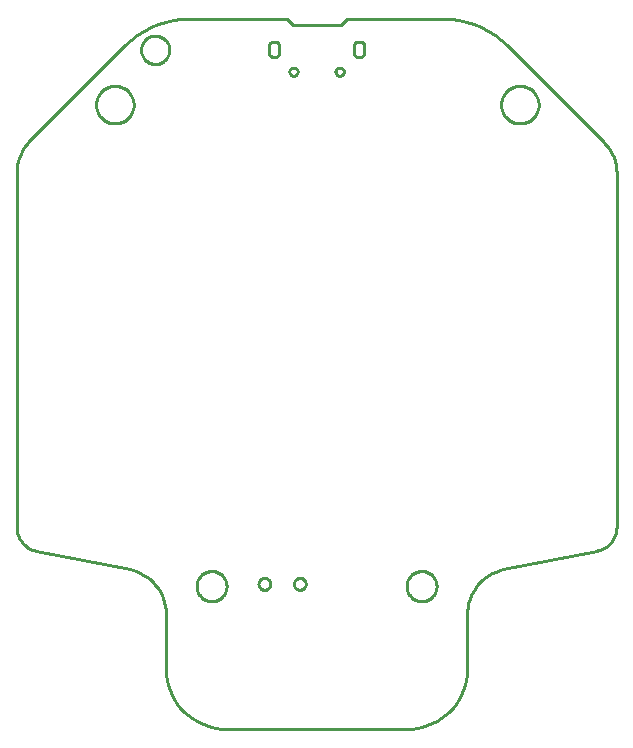
<source format=gbr>
G04 EAGLE Gerber RS-274X export*
G75*
%MOMM*%
%FSLAX34Y34*%
%LPD*%
%IN*%
%IPPOS*%
%AMOC8*
5,1,8,0,0,1.08239X$1,22.5*%
G01*
%ADD10C,0.254000*%


D10*
X-254000Y-131651D02*
X-253966Y-132982D01*
X-253787Y-134735D01*
X-253456Y-136465D01*
X-252975Y-138160D01*
X-252348Y-139806D01*
X-251580Y-141392D01*
X-250677Y-142904D01*
X-249646Y-144333D01*
X-248494Y-145665D01*
X-247230Y-146893D01*
X-245864Y-148005D01*
X-244406Y-148994D01*
X-242868Y-149853D01*
X-241261Y-150574D01*
X-239596Y-151152D01*
X-237888Y-151583D01*
X-158194Y-167394D01*
X-155747Y-167964D01*
X-152577Y-168963D01*
X-149506Y-170235D01*
X-146558Y-171770D01*
X-143755Y-173556D01*
X-141118Y-175579D01*
X-138667Y-177825D01*
X-136422Y-180276D01*
X-134398Y-182912D01*
X-132612Y-185716D01*
X-131078Y-188664D01*
X-129806Y-191735D01*
X-128806Y-194905D01*
X-128087Y-198150D01*
X-127653Y-201445D01*
X-127508Y-204766D01*
X-127508Y-252222D01*
X-127260Y-256636D01*
X-126628Y-261012D01*
X-125617Y-265316D01*
X-124235Y-269515D01*
X-122492Y-273578D01*
X-120402Y-277473D01*
X-117980Y-281172D01*
X-115245Y-284645D01*
X-112217Y-287867D01*
X-108921Y-290813D01*
X-105380Y-293460D01*
X-101622Y-295789D01*
X-97675Y-297781D01*
X-93569Y-299421D01*
X-89337Y-300698D01*
X-85009Y-301600D01*
X-80619Y-302123D01*
X-76200Y-302260D01*
X76200Y-302260D01*
X80619Y-302123D01*
X85009Y-301600D01*
X89337Y-300698D01*
X93569Y-299421D01*
X97675Y-297781D01*
X101622Y-295789D01*
X105380Y-293460D01*
X108921Y-290813D01*
X112217Y-287867D01*
X115245Y-284645D01*
X117980Y-281172D01*
X120402Y-277473D01*
X122492Y-273578D01*
X124235Y-269515D01*
X125617Y-265316D01*
X126628Y-261012D01*
X127260Y-256636D01*
X127508Y-252222D01*
X127508Y-204733D01*
X127588Y-202261D01*
X127948Y-198957D01*
X128595Y-195697D01*
X129523Y-192505D01*
X130726Y-189407D01*
X132195Y-186425D01*
X133918Y-183582D01*
X135882Y-180901D01*
X138072Y-178401D01*
X140471Y-176101D01*
X143062Y-174019D01*
X145825Y-172171D01*
X148738Y-170571D01*
X151780Y-169231D01*
X154927Y-168160D01*
X158155Y-167369D01*
X237165Y-151608D01*
X238452Y-151328D01*
X240171Y-150814D01*
X241840Y-150152D01*
X243445Y-149347D01*
X244973Y-148405D01*
X246413Y-147334D01*
X247755Y-146142D01*
X248987Y-144836D01*
X250101Y-143429D01*
X251089Y-141930D01*
X251941Y-140350D01*
X252653Y-138702D01*
X253219Y-136999D01*
X253634Y-135252D01*
X253895Y-133476D01*
X254000Y-131684D01*
X254000Y168344D01*
X253999Y168386D01*
X253796Y171726D01*
X253303Y175036D01*
X252523Y178291D01*
X251462Y181464D01*
X250129Y184534D01*
X248534Y187475D01*
X246688Y190266D01*
X244605Y192886D01*
X242303Y195314D01*
X160992Y276445D01*
X156151Y280877D01*
X150877Y284923D01*
X145270Y288495D01*
X139374Y291565D01*
X133232Y294109D01*
X126892Y296108D01*
X120402Y297546D01*
X113812Y298414D01*
X107170Y298704D01*
X25400Y298704D01*
X20320Y293624D01*
X-20320Y293624D01*
X-25400Y298704D01*
X-108087Y298704D01*
X-108172Y298704D01*
X-114813Y298407D01*
X-121403Y297532D01*
X-127891Y296086D01*
X-134229Y294080D01*
X-140367Y291529D01*
X-146261Y288453D01*
X-151863Y284875D01*
X-157133Y280822D01*
X-162029Y276326D01*
X-243125Y195050D01*
X-245313Y192620D01*
X-247309Y189975D01*
X-249066Y187167D01*
X-250572Y184216D01*
X-251815Y181145D01*
X-252786Y177978D01*
X-253476Y174738D01*
X-253882Y171450D01*
X-254000Y168139D01*
X-254000Y-131651D01*
X-40500Y270000D02*
X-40441Y269653D01*
X-40352Y269313D01*
X-40234Y268982D01*
X-40088Y268662D01*
X-39914Y268356D01*
X-39714Y268067D01*
X-39490Y267796D01*
X-39243Y267546D01*
X-38975Y267318D01*
X-38688Y267114D01*
X-38385Y266937D01*
X-38067Y266786D01*
X-37737Y266663D01*
X-37398Y266570D01*
X-37052Y266507D01*
X-36702Y266474D01*
X-36351Y266472D01*
X-36000Y266500D01*
X-35649Y266472D01*
X-35298Y266474D01*
X-34948Y266507D01*
X-34602Y266570D01*
X-34263Y266663D01*
X-33933Y266786D01*
X-33615Y266937D01*
X-33312Y267114D01*
X-33025Y267318D01*
X-32757Y267546D01*
X-32510Y267796D01*
X-32286Y268067D01*
X-32086Y268356D01*
X-31912Y268662D01*
X-31766Y268982D01*
X-31648Y269313D01*
X-31559Y269653D01*
X-31500Y270000D01*
X-31500Y276000D01*
X-31559Y276347D01*
X-31648Y276687D01*
X-31766Y277018D01*
X-31912Y277338D01*
X-32086Y277644D01*
X-32286Y277933D01*
X-32510Y278204D01*
X-32757Y278454D01*
X-33025Y278682D01*
X-33312Y278886D01*
X-33615Y279063D01*
X-33933Y279214D01*
X-34263Y279337D01*
X-34602Y279430D01*
X-34948Y279493D01*
X-35298Y279526D01*
X-35649Y279528D01*
X-36000Y279500D01*
X-36351Y279528D01*
X-36702Y279526D01*
X-37052Y279493D01*
X-37398Y279430D01*
X-37737Y279337D01*
X-38067Y279214D01*
X-38385Y279063D01*
X-38688Y278886D01*
X-38975Y278682D01*
X-39243Y278454D01*
X-39490Y278204D01*
X-39714Y277933D01*
X-39914Y277644D01*
X-40088Y277338D01*
X-40234Y277018D01*
X-40352Y276687D01*
X-40441Y276347D01*
X-40500Y276000D01*
X-40500Y270000D01*
X31500Y270000D02*
X31513Y269695D01*
X31553Y269392D01*
X31619Y269094D01*
X31711Y268803D01*
X31828Y268521D01*
X31969Y268250D01*
X32133Y267992D01*
X32319Y267750D01*
X32525Y267525D01*
X32750Y267319D01*
X32992Y267133D01*
X33250Y266969D01*
X33521Y266828D01*
X33803Y266711D01*
X34094Y266619D01*
X34392Y266553D01*
X34695Y266513D01*
X35000Y266500D01*
X37000Y266500D01*
X37305Y266513D01*
X37608Y266553D01*
X37906Y266619D01*
X38197Y266711D01*
X38479Y266828D01*
X38750Y266969D01*
X39008Y267133D01*
X39250Y267319D01*
X39475Y267525D01*
X39681Y267750D01*
X39867Y267992D01*
X40031Y268250D01*
X40172Y268521D01*
X40289Y268803D01*
X40381Y269094D01*
X40447Y269392D01*
X40487Y269695D01*
X40500Y270000D01*
X40500Y275500D01*
X40508Y275828D01*
X40486Y276155D01*
X40437Y276479D01*
X40359Y276798D01*
X40254Y277108D01*
X40123Y277409D01*
X39965Y277696D01*
X39783Y277969D01*
X39578Y278225D01*
X39352Y278462D01*
X39106Y278678D01*
X38842Y278873D01*
X38561Y279043D01*
X38268Y279188D01*
X37962Y279308D01*
X37647Y279400D01*
X37326Y279464D01*
X37000Y279500D01*
X35000Y279500D01*
X34674Y279464D01*
X34353Y279400D01*
X34038Y279308D01*
X33733Y279188D01*
X33439Y279043D01*
X33159Y278873D01*
X32894Y278678D01*
X32648Y278462D01*
X32422Y278225D01*
X32217Y277969D01*
X32035Y277696D01*
X31877Y277409D01*
X31746Y277108D01*
X31641Y276798D01*
X31563Y276479D01*
X31514Y276155D01*
X31492Y275828D01*
X31500Y275500D01*
X31500Y270000D01*
X101600Y-182109D02*
X101522Y-183104D01*
X101366Y-184090D01*
X101133Y-185060D01*
X100824Y-186009D01*
X100442Y-186931D01*
X99989Y-187820D01*
X99468Y-188671D01*
X98881Y-189479D01*
X98233Y-190237D01*
X97527Y-190943D01*
X96769Y-191591D01*
X95961Y-192178D01*
X95110Y-192699D01*
X94221Y-193152D01*
X93299Y-193534D01*
X92350Y-193843D01*
X91380Y-194076D01*
X90394Y-194232D01*
X89399Y-194310D01*
X88401Y-194310D01*
X87406Y-194232D01*
X86420Y-194076D01*
X85450Y-193843D01*
X84501Y-193534D01*
X83579Y-193152D01*
X82690Y-192699D01*
X81839Y-192178D01*
X81031Y-191591D01*
X80273Y-190943D01*
X79567Y-190237D01*
X78919Y-189479D01*
X78332Y-188671D01*
X77811Y-187820D01*
X77358Y-186931D01*
X76976Y-186009D01*
X76667Y-185060D01*
X76434Y-184090D01*
X76278Y-183104D01*
X76200Y-182109D01*
X76200Y-181111D01*
X76278Y-180116D01*
X76434Y-179130D01*
X76667Y-178160D01*
X76976Y-177211D01*
X77358Y-176289D01*
X77811Y-175400D01*
X78332Y-174549D01*
X78919Y-173741D01*
X79567Y-172983D01*
X80273Y-172277D01*
X81031Y-171629D01*
X81839Y-171042D01*
X82690Y-170521D01*
X83579Y-170068D01*
X84501Y-169686D01*
X85450Y-169377D01*
X86420Y-169144D01*
X87406Y-168988D01*
X88401Y-168910D01*
X89399Y-168910D01*
X90394Y-168988D01*
X91380Y-169144D01*
X92350Y-169377D01*
X93299Y-169686D01*
X94221Y-170068D01*
X95110Y-170521D01*
X95961Y-171042D01*
X96769Y-171629D01*
X97527Y-172277D01*
X98233Y-172983D01*
X98881Y-173741D01*
X99468Y-174549D01*
X99989Y-175400D01*
X100442Y-176289D01*
X100824Y-177211D01*
X101133Y-178160D01*
X101366Y-179130D01*
X101522Y-180116D01*
X101600Y-181111D01*
X101600Y-182109D01*
X-76200Y-182109D02*
X-76278Y-183104D01*
X-76434Y-184090D01*
X-76667Y-185060D01*
X-76976Y-186009D01*
X-77358Y-186931D01*
X-77811Y-187820D01*
X-78332Y-188671D01*
X-78919Y-189479D01*
X-79567Y-190237D01*
X-80273Y-190943D01*
X-81031Y-191591D01*
X-81839Y-192178D01*
X-82690Y-192699D01*
X-83579Y-193152D01*
X-84501Y-193534D01*
X-85450Y-193843D01*
X-86420Y-194076D01*
X-87406Y-194232D01*
X-88401Y-194310D01*
X-89399Y-194310D01*
X-90394Y-194232D01*
X-91380Y-194076D01*
X-92350Y-193843D01*
X-93299Y-193534D01*
X-94221Y-193152D01*
X-95110Y-192699D01*
X-95961Y-192178D01*
X-96769Y-191591D01*
X-97527Y-190943D01*
X-98233Y-190237D01*
X-98881Y-189479D01*
X-99468Y-188671D01*
X-99989Y-187820D01*
X-100442Y-186931D01*
X-100824Y-186009D01*
X-101133Y-185060D01*
X-101366Y-184090D01*
X-101522Y-183104D01*
X-101600Y-182109D01*
X-101600Y-181111D01*
X-101522Y-180116D01*
X-101366Y-179130D01*
X-101133Y-178160D01*
X-100824Y-177211D01*
X-100442Y-176289D01*
X-99989Y-175400D01*
X-99468Y-174549D01*
X-98881Y-173741D01*
X-98233Y-172983D01*
X-97527Y-172277D01*
X-96769Y-171629D01*
X-95961Y-171042D01*
X-95110Y-170521D01*
X-94221Y-170068D01*
X-93299Y-169686D01*
X-92350Y-169377D01*
X-91380Y-169144D01*
X-90394Y-168988D01*
X-89399Y-168910D01*
X-88401Y-168910D01*
X-87406Y-168988D01*
X-86420Y-169144D01*
X-85450Y-169377D01*
X-84501Y-169686D01*
X-83579Y-170068D01*
X-82690Y-170521D01*
X-81839Y-171042D01*
X-81031Y-171629D01*
X-80273Y-172277D01*
X-79567Y-172983D01*
X-78919Y-173741D01*
X-78332Y-174549D01*
X-77811Y-175400D01*
X-77358Y-176289D01*
X-76976Y-177211D01*
X-76667Y-178160D01*
X-76434Y-179130D01*
X-76278Y-180116D01*
X-76200Y-181111D01*
X-76200Y-182109D01*
X-154940Y225540D02*
X-155008Y224503D01*
X-155144Y223473D01*
X-155346Y222453D01*
X-155615Y221449D01*
X-155950Y220465D01*
X-156347Y219505D01*
X-156807Y218573D01*
X-157327Y217672D01*
X-157904Y216808D01*
X-158537Y215984D01*
X-159222Y215202D01*
X-159957Y214467D01*
X-160739Y213782D01*
X-161563Y213149D01*
X-162427Y212572D01*
X-163328Y212052D01*
X-164260Y211592D01*
X-165220Y211195D01*
X-166204Y210860D01*
X-167208Y210591D01*
X-168228Y210389D01*
X-169258Y210253D01*
X-170295Y210185D01*
X-171335Y210185D01*
X-172372Y210253D01*
X-173402Y210389D01*
X-174422Y210591D01*
X-175426Y210860D01*
X-176410Y211195D01*
X-177370Y211592D01*
X-178302Y212052D01*
X-179203Y212572D01*
X-180067Y213149D01*
X-180891Y213782D01*
X-181673Y214467D01*
X-182408Y215202D01*
X-183093Y215984D01*
X-183726Y216808D01*
X-184303Y217672D01*
X-184823Y218573D01*
X-185283Y219505D01*
X-185680Y220465D01*
X-186015Y221449D01*
X-186284Y222453D01*
X-186486Y223473D01*
X-186622Y224503D01*
X-186690Y225540D01*
X-186690Y226580D01*
X-186622Y227617D01*
X-186486Y228647D01*
X-186284Y229667D01*
X-186015Y230671D01*
X-185680Y231655D01*
X-185283Y232615D01*
X-184823Y233547D01*
X-184303Y234448D01*
X-183726Y235312D01*
X-183093Y236136D01*
X-182408Y236918D01*
X-181673Y237653D01*
X-180891Y238338D01*
X-180067Y238971D01*
X-179203Y239548D01*
X-178302Y240068D01*
X-177370Y240528D01*
X-176410Y240925D01*
X-175426Y241260D01*
X-174422Y241529D01*
X-173402Y241731D01*
X-172372Y241867D01*
X-171335Y241935D01*
X-170295Y241935D01*
X-169258Y241867D01*
X-168228Y241731D01*
X-167208Y241529D01*
X-166204Y241260D01*
X-165220Y240925D01*
X-164260Y240528D01*
X-163328Y240068D01*
X-162427Y239548D01*
X-161563Y238971D01*
X-160739Y238338D01*
X-159957Y237653D01*
X-159222Y236918D01*
X-158537Y236136D01*
X-157904Y235312D01*
X-157327Y234448D01*
X-156807Y233547D01*
X-156347Y232615D01*
X-155950Y231655D01*
X-155615Y230671D01*
X-155346Y229667D01*
X-155144Y228647D01*
X-155008Y227617D01*
X-154940Y226580D01*
X-154940Y225540D01*
X187960Y225540D02*
X187892Y224503D01*
X187756Y223473D01*
X187554Y222453D01*
X187285Y221449D01*
X186950Y220465D01*
X186553Y219505D01*
X186093Y218573D01*
X185573Y217672D01*
X184996Y216808D01*
X184363Y215984D01*
X183678Y215202D01*
X182943Y214467D01*
X182161Y213782D01*
X181337Y213149D01*
X180473Y212572D01*
X179572Y212052D01*
X178640Y211592D01*
X177680Y211195D01*
X176696Y210860D01*
X175692Y210591D01*
X174672Y210389D01*
X173642Y210253D01*
X172605Y210185D01*
X171565Y210185D01*
X170528Y210253D01*
X169498Y210389D01*
X168478Y210591D01*
X167474Y210860D01*
X166490Y211195D01*
X165530Y211592D01*
X164598Y212052D01*
X163697Y212572D01*
X162833Y213149D01*
X162009Y213782D01*
X161227Y214467D01*
X160492Y215202D01*
X159807Y215984D01*
X159174Y216808D01*
X158597Y217672D01*
X158077Y218573D01*
X157617Y219505D01*
X157220Y220465D01*
X156885Y221449D01*
X156616Y222453D01*
X156414Y223473D01*
X156278Y224503D01*
X156210Y225540D01*
X156210Y226580D01*
X156278Y227617D01*
X156414Y228647D01*
X156616Y229667D01*
X156885Y230671D01*
X157220Y231655D01*
X157617Y232615D01*
X158077Y233547D01*
X158597Y234448D01*
X159174Y235312D01*
X159807Y236136D01*
X160492Y236918D01*
X161227Y237653D01*
X162009Y238338D01*
X162833Y238971D01*
X163697Y239548D01*
X164598Y240068D01*
X165530Y240528D01*
X166490Y240925D01*
X167474Y241260D01*
X168478Y241529D01*
X169498Y241731D01*
X170528Y241867D01*
X171565Y241935D01*
X172605Y241935D01*
X173642Y241867D01*
X174672Y241731D01*
X175692Y241529D01*
X176696Y241260D01*
X177680Y240925D01*
X178640Y240528D01*
X179572Y240068D01*
X180473Y239548D01*
X181337Y238971D01*
X182161Y238338D01*
X182943Y237653D01*
X183678Y236918D01*
X184363Y236136D01*
X184996Y235312D01*
X185573Y234448D01*
X186093Y233547D01*
X186553Y232615D01*
X186950Y231655D01*
X187285Y230671D01*
X187554Y229667D01*
X187756Y228647D01*
X187892Y227617D01*
X187960Y226580D01*
X187960Y225540D01*
X-126104Y278084D02*
X-125698Y277233D01*
X-125360Y276352D01*
X-125092Y275448D01*
X-124896Y274526D01*
X-124773Y273591D01*
X-124724Y272649D01*
X-124748Y271707D01*
X-124847Y270769D01*
X-125019Y269842D01*
X-125263Y268931D01*
X-125578Y268042D01*
X-125961Y267180D01*
X-126411Y266352D01*
X-126925Y265561D01*
X-127499Y264813D01*
X-128130Y264112D01*
X-128814Y263463D01*
X-129546Y262870D01*
X-130324Y262335D01*
X-131140Y261864D01*
X-131991Y261458D01*
X-132872Y261120D01*
X-133776Y260852D01*
X-134698Y260656D01*
X-135633Y260533D01*
X-136575Y260484D01*
X-137517Y260508D01*
X-138455Y260607D01*
X-139382Y260779D01*
X-140293Y261023D01*
X-141182Y261338D01*
X-142043Y261721D01*
X-142872Y262171D01*
X-143663Y262685D01*
X-144411Y263259D01*
X-145112Y263890D01*
X-145761Y264574D01*
X-146354Y265307D01*
X-146888Y266084D01*
X-147360Y266900D01*
X-147766Y267751D01*
X-148104Y268632D01*
X-148372Y269536D01*
X-148568Y270458D01*
X-148691Y271393D01*
X-148740Y272335D01*
X-148715Y273277D01*
X-148617Y274215D01*
X-148445Y275142D01*
X-148201Y276053D01*
X-147886Y276942D01*
X-147503Y277804D01*
X-147053Y278632D01*
X-146539Y279423D01*
X-145965Y280171D01*
X-145334Y280872D01*
X-144650Y281521D01*
X-143917Y282115D01*
X-143140Y282649D01*
X-142324Y283120D01*
X-141472Y283526D01*
X-140592Y283864D01*
X-139688Y284132D01*
X-138766Y284328D01*
X-137831Y284451D01*
X-136889Y284500D01*
X-135946Y284476D01*
X-135009Y284377D01*
X-134081Y284205D01*
X-133171Y283961D01*
X-132282Y283646D01*
X-131420Y283263D01*
X-130592Y282813D01*
X-129801Y282299D01*
X-129053Y281725D01*
X-128352Y281094D01*
X-127703Y280410D01*
X-127109Y279677D01*
X-126575Y278900D01*
X-126104Y278084D01*
X16000Y254229D02*
X16060Y254684D01*
X16179Y255127D01*
X16354Y255551D01*
X16584Y255949D01*
X16863Y256313D01*
X17187Y256637D01*
X17551Y256916D01*
X17949Y257146D01*
X18373Y257321D01*
X18816Y257440D01*
X19271Y257500D01*
X19729Y257500D01*
X20184Y257440D01*
X20627Y257321D01*
X21051Y257146D01*
X21449Y256916D01*
X21813Y256637D01*
X22137Y256313D01*
X22416Y255949D01*
X22646Y255551D01*
X22821Y255127D01*
X22940Y254684D01*
X23000Y254229D01*
X23000Y253771D01*
X22940Y253316D01*
X22821Y252873D01*
X22646Y252449D01*
X22416Y252051D01*
X22137Y251687D01*
X21813Y251363D01*
X21449Y251084D01*
X21051Y250854D01*
X20627Y250679D01*
X20184Y250560D01*
X19729Y250500D01*
X19271Y250500D01*
X18816Y250560D01*
X18373Y250679D01*
X17949Y250854D01*
X17551Y251084D01*
X17187Y251363D01*
X16863Y251687D01*
X16584Y252051D01*
X16354Y252449D01*
X16179Y252873D01*
X16060Y253316D01*
X16000Y253771D01*
X16000Y254229D01*
X-23000Y254229D02*
X-22940Y254684D01*
X-22821Y255127D01*
X-22646Y255551D01*
X-22416Y255949D01*
X-22137Y256313D01*
X-21813Y256637D01*
X-21449Y256916D01*
X-21051Y257146D01*
X-20627Y257321D01*
X-20184Y257440D01*
X-19729Y257500D01*
X-19271Y257500D01*
X-18816Y257440D01*
X-18373Y257321D01*
X-17949Y257146D01*
X-17551Y256916D01*
X-17187Y256637D01*
X-16863Y256313D01*
X-16584Y255949D01*
X-16354Y255551D01*
X-16179Y255127D01*
X-16060Y254684D01*
X-16000Y254229D01*
X-16000Y253771D01*
X-16060Y253316D01*
X-16179Y252873D01*
X-16354Y252449D01*
X-16584Y252051D01*
X-16863Y251687D01*
X-17187Y251363D01*
X-17551Y251084D01*
X-17949Y250854D01*
X-18373Y250679D01*
X-18816Y250560D01*
X-19271Y250500D01*
X-19729Y250500D01*
X-20184Y250560D01*
X-20627Y250679D01*
X-21051Y250854D01*
X-21449Y251084D01*
X-21813Y251363D01*
X-22137Y251687D01*
X-22416Y252051D01*
X-22646Y252449D01*
X-22821Y252873D01*
X-22940Y253316D01*
X-23000Y253771D01*
X-23000Y254229D01*
X-9210Y-179986D02*
X-9273Y-180544D01*
X-9398Y-181091D01*
X-9583Y-181621D01*
X-9827Y-182127D01*
X-10126Y-182603D01*
X-10476Y-183042D01*
X-10873Y-183439D01*
X-11312Y-183789D01*
X-11788Y-184088D01*
X-12294Y-184332D01*
X-12824Y-184517D01*
X-13371Y-184642D01*
X-13929Y-184705D01*
X-14491Y-184705D01*
X-15049Y-184642D01*
X-15596Y-184517D01*
X-16126Y-184332D01*
X-16632Y-184088D01*
X-17108Y-183789D01*
X-17547Y-183439D01*
X-17944Y-183042D01*
X-18294Y-182603D01*
X-18593Y-182127D01*
X-18837Y-181621D01*
X-19022Y-181091D01*
X-19147Y-180544D01*
X-19210Y-179986D01*
X-19210Y-179424D01*
X-19147Y-178866D01*
X-19022Y-178319D01*
X-18837Y-177789D01*
X-18593Y-177283D01*
X-18294Y-176807D01*
X-17944Y-176368D01*
X-17547Y-175971D01*
X-17108Y-175621D01*
X-16632Y-175322D01*
X-16126Y-175078D01*
X-15596Y-174893D01*
X-15049Y-174768D01*
X-14491Y-174705D01*
X-13929Y-174705D01*
X-13371Y-174768D01*
X-12824Y-174893D01*
X-12294Y-175078D01*
X-11788Y-175322D01*
X-11312Y-175621D01*
X-10873Y-175971D01*
X-10476Y-176368D01*
X-10126Y-176807D01*
X-9827Y-177283D01*
X-9583Y-177789D01*
X-9398Y-178319D01*
X-9273Y-178866D01*
X-9210Y-179424D01*
X-9210Y-179986D01*
X-39210Y-179986D02*
X-39273Y-180544D01*
X-39398Y-181091D01*
X-39583Y-181621D01*
X-39827Y-182127D01*
X-40126Y-182603D01*
X-40476Y-183042D01*
X-40873Y-183439D01*
X-41312Y-183789D01*
X-41788Y-184088D01*
X-42294Y-184332D01*
X-42824Y-184517D01*
X-43371Y-184642D01*
X-43929Y-184705D01*
X-44491Y-184705D01*
X-45049Y-184642D01*
X-45596Y-184517D01*
X-46126Y-184332D01*
X-46632Y-184088D01*
X-47108Y-183789D01*
X-47547Y-183439D01*
X-47944Y-183042D01*
X-48294Y-182603D01*
X-48593Y-182127D01*
X-48837Y-181621D01*
X-49022Y-181091D01*
X-49147Y-180544D01*
X-49210Y-179986D01*
X-49210Y-179424D01*
X-49147Y-178866D01*
X-49022Y-178319D01*
X-48837Y-177789D01*
X-48593Y-177283D01*
X-48294Y-176807D01*
X-47944Y-176368D01*
X-47547Y-175971D01*
X-47108Y-175621D01*
X-46632Y-175322D01*
X-46126Y-175078D01*
X-45596Y-174893D01*
X-45049Y-174768D01*
X-44491Y-174705D01*
X-43929Y-174705D01*
X-43371Y-174768D01*
X-42824Y-174893D01*
X-42294Y-175078D01*
X-41788Y-175322D01*
X-41312Y-175621D01*
X-40873Y-175971D01*
X-40476Y-176368D01*
X-40126Y-176807D01*
X-39827Y-177283D01*
X-39583Y-177789D01*
X-39398Y-178319D01*
X-39273Y-178866D01*
X-39210Y-179424D01*
X-39210Y-179986D01*
M02*

</source>
